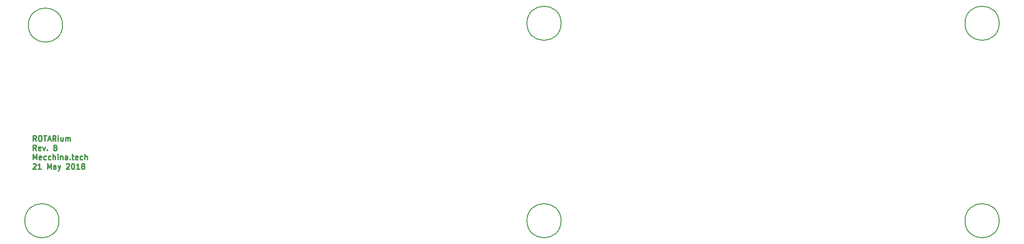
<source format=gbr>
G04 #@! TF.FileFunction,Other,Comment*
%FSLAX46Y46*%
G04 Gerber Fmt 4.6, Leading zero omitted, Abs format (unit mm)*
G04 Created by KiCad (PCBNEW 4.0.7) date Monday, 21 May 2018 'PMt' 08:29:24 PM*
%MOMM*%
%LPD*%
G01*
G04 APERTURE LIST*
%ADD10C,0.100000*%
%ADD11C,0.250000*%
%ADD12C,0.150000*%
G04 APERTURE END LIST*
D10*
D11*
X24939524Y-123049381D02*
X24606190Y-122573190D01*
X24368095Y-123049381D02*
X24368095Y-122049381D01*
X24749048Y-122049381D01*
X24844286Y-122097000D01*
X24891905Y-122144619D01*
X24939524Y-122239857D01*
X24939524Y-122382714D01*
X24891905Y-122477952D01*
X24844286Y-122525571D01*
X24749048Y-122573190D01*
X24368095Y-122573190D01*
X25558571Y-122049381D02*
X25749048Y-122049381D01*
X25844286Y-122097000D01*
X25939524Y-122192238D01*
X25987143Y-122382714D01*
X25987143Y-122716048D01*
X25939524Y-122906524D01*
X25844286Y-123001762D01*
X25749048Y-123049381D01*
X25558571Y-123049381D01*
X25463333Y-123001762D01*
X25368095Y-122906524D01*
X25320476Y-122716048D01*
X25320476Y-122382714D01*
X25368095Y-122192238D01*
X25463333Y-122097000D01*
X25558571Y-122049381D01*
X26272857Y-122049381D02*
X26844286Y-122049381D01*
X26558571Y-123049381D02*
X26558571Y-122049381D01*
X27130000Y-122763667D02*
X27606191Y-122763667D01*
X27034762Y-123049381D02*
X27368095Y-122049381D01*
X27701429Y-123049381D01*
X28606191Y-123049381D02*
X28272857Y-122573190D01*
X28034762Y-123049381D02*
X28034762Y-122049381D01*
X28415715Y-122049381D01*
X28510953Y-122097000D01*
X28558572Y-122144619D01*
X28606191Y-122239857D01*
X28606191Y-122382714D01*
X28558572Y-122477952D01*
X28510953Y-122525571D01*
X28415715Y-122573190D01*
X28034762Y-122573190D01*
X29034762Y-123049381D02*
X29034762Y-122382714D01*
X29034762Y-122049381D02*
X28987143Y-122097000D01*
X29034762Y-122144619D01*
X29082381Y-122097000D01*
X29034762Y-122049381D01*
X29034762Y-122144619D01*
X29939524Y-122382714D02*
X29939524Y-123049381D01*
X29510952Y-122382714D02*
X29510952Y-122906524D01*
X29558571Y-123001762D01*
X29653809Y-123049381D01*
X29796667Y-123049381D01*
X29891905Y-123001762D01*
X29939524Y-122954143D01*
X30415714Y-123049381D02*
X30415714Y-122382714D01*
X30415714Y-122477952D02*
X30463333Y-122430333D01*
X30558571Y-122382714D01*
X30701429Y-122382714D01*
X30796667Y-122430333D01*
X30844286Y-122525571D01*
X30844286Y-123049381D01*
X30844286Y-122525571D02*
X30891905Y-122430333D01*
X30987143Y-122382714D01*
X31130000Y-122382714D01*
X31225238Y-122430333D01*
X31272857Y-122525571D01*
X31272857Y-123049381D01*
X24939524Y-124799381D02*
X24606190Y-124323190D01*
X24368095Y-124799381D02*
X24368095Y-123799381D01*
X24749048Y-123799381D01*
X24844286Y-123847000D01*
X24891905Y-123894619D01*
X24939524Y-123989857D01*
X24939524Y-124132714D01*
X24891905Y-124227952D01*
X24844286Y-124275571D01*
X24749048Y-124323190D01*
X24368095Y-124323190D01*
X25749048Y-124751762D02*
X25653810Y-124799381D01*
X25463333Y-124799381D01*
X25368095Y-124751762D01*
X25320476Y-124656524D01*
X25320476Y-124275571D01*
X25368095Y-124180333D01*
X25463333Y-124132714D01*
X25653810Y-124132714D01*
X25749048Y-124180333D01*
X25796667Y-124275571D01*
X25796667Y-124370810D01*
X25320476Y-124466048D01*
X26130000Y-124132714D02*
X26368095Y-124799381D01*
X26606191Y-124132714D01*
X26987143Y-124704143D02*
X27034762Y-124751762D01*
X26987143Y-124799381D01*
X26939524Y-124751762D01*
X26987143Y-124704143D01*
X26987143Y-124799381D01*
X28558572Y-124275571D02*
X28701429Y-124323190D01*
X28749048Y-124370810D01*
X28796667Y-124466048D01*
X28796667Y-124608905D01*
X28749048Y-124704143D01*
X28701429Y-124751762D01*
X28606191Y-124799381D01*
X28225238Y-124799381D01*
X28225238Y-123799381D01*
X28558572Y-123799381D01*
X28653810Y-123847000D01*
X28701429Y-123894619D01*
X28749048Y-123989857D01*
X28749048Y-124085095D01*
X28701429Y-124180333D01*
X28653810Y-124227952D01*
X28558572Y-124275571D01*
X28225238Y-124275571D01*
X24368095Y-126549381D02*
X24368095Y-125549381D01*
X24701429Y-126263667D01*
X25034762Y-125549381D01*
X25034762Y-126549381D01*
X25891905Y-126501762D02*
X25796667Y-126549381D01*
X25606190Y-126549381D01*
X25510952Y-126501762D01*
X25463333Y-126406524D01*
X25463333Y-126025571D01*
X25510952Y-125930333D01*
X25606190Y-125882714D01*
X25796667Y-125882714D01*
X25891905Y-125930333D01*
X25939524Y-126025571D01*
X25939524Y-126120810D01*
X25463333Y-126216048D01*
X26796667Y-126501762D02*
X26701429Y-126549381D01*
X26510952Y-126549381D01*
X26415714Y-126501762D01*
X26368095Y-126454143D01*
X26320476Y-126358905D01*
X26320476Y-126073190D01*
X26368095Y-125977952D01*
X26415714Y-125930333D01*
X26510952Y-125882714D01*
X26701429Y-125882714D01*
X26796667Y-125930333D01*
X27653810Y-126501762D02*
X27558572Y-126549381D01*
X27368095Y-126549381D01*
X27272857Y-126501762D01*
X27225238Y-126454143D01*
X27177619Y-126358905D01*
X27177619Y-126073190D01*
X27225238Y-125977952D01*
X27272857Y-125930333D01*
X27368095Y-125882714D01*
X27558572Y-125882714D01*
X27653810Y-125930333D01*
X28082381Y-126549381D02*
X28082381Y-125549381D01*
X28510953Y-126549381D02*
X28510953Y-126025571D01*
X28463334Y-125930333D01*
X28368096Y-125882714D01*
X28225238Y-125882714D01*
X28130000Y-125930333D01*
X28082381Y-125977952D01*
X28987143Y-126549381D02*
X28987143Y-125882714D01*
X28987143Y-125549381D02*
X28939524Y-125597000D01*
X28987143Y-125644619D01*
X29034762Y-125597000D01*
X28987143Y-125549381D01*
X28987143Y-125644619D01*
X29463333Y-125882714D02*
X29463333Y-126549381D01*
X29463333Y-125977952D02*
X29510952Y-125930333D01*
X29606190Y-125882714D01*
X29749048Y-125882714D01*
X29844286Y-125930333D01*
X29891905Y-126025571D01*
X29891905Y-126549381D01*
X30796667Y-126549381D02*
X30796667Y-126025571D01*
X30749048Y-125930333D01*
X30653810Y-125882714D01*
X30463333Y-125882714D01*
X30368095Y-125930333D01*
X30796667Y-126501762D02*
X30701429Y-126549381D01*
X30463333Y-126549381D01*
X30368095Y-126501762D01*
X30320476Y-126406524D01*
X30320476Y-126311286D01*
X30368095Y-126216048D01*
X30463333Y-126168429D01*
X30701429Y-126168429D01*
X30796667Y-126120810D01*
X31272857Y-126454143D02*
X31320476Y-126501762D01*
X31272857Y-126549381D01*
X31225238Y-126501762D01*
X31272857Y-126454143D01*
X31272857Y-126549381D01*
X31606190Y-125882714D02*
X31987142Y-125882714D01*
X31749047Y-125549381D02*
X31749047Y-126406524D01*
X31796666Y-126501762D01*
X31891904Y-126549381D01*
X31987142Y-126549381D01*
X32701429Y-126501762D02*
X32606191Y-126549381D01*
X32415714Y-126549381D01*
X32320476Y-126501762D01*
X32272857Y-126406524D01*
X32272857Y-126025571D01*
X32320476Y-125930333D01*
X32415714Y-125882714D01*
X32606191Y-125882714D01*
X32701429Y-125930333D01*
X32749048Y-126025571D01*
X32749048Y-126120810D01*
X32272857Y-126216048D01*
X33606191Y-126501762D02*
X33510953Y-126549381D01*
X33320476Y-126549381D01*
X33225238Y-126501762D01*
X33177619Y-126454143D01*
X33130000Y-126358905D01*
X33130000Y-126073190D01*
X33177619Y-125977952D01*
X33225238Y-125930333D01*
X33320476Y-125882714D01*
X33510953Y-125882714D01*
X33606191Y-125930333D01*
X34034762Y-126549381D02*
X34034762Y-125549381D01*
X34463334Y-126549381D02*
X34463334Y-126025571D01*
X34415715Y-125930333D01*
X34320477Y-125882714D01*
X34177619Y-125882714D01*
X34082381Y-125930333D01*
X34034762Y-125977952D01*
X24320476Y-127394619D02*
X24368095Y-127347000D01*
X24463333Y-127299381D01*
X24701429Y-127299381D01*
X24796667Y-127347000D01*
X24844286Y-127394619D01*
X24891905Y-127489857D01*
X24891905Y-127585095D01*
X24844286Y-127727952D01*
X24272857Y-128299381D01*
X24891905Y-128299381D01*
X25844286Y-128299381D02*
X25272857Y-128299381D01*
X25558571Y-128299381D02*
X25558571Y-127299381D01*
X25463333Y-127442238D01*
X25368095Y-127537476D01*
X25272857Y-127585095D01*
X27034762Y-128299381D02*
X27034762Y-127299381D01*
X27368096Y-128013667D01*
X27701429Y-127299381D01*
X27701429Y-128299381D01*
X28606191Y-128299381D02*
X28606191Y-127775571D01*
X28558572Y-127680333D01*
X28463334Y-127632714D01*
X28272857Y-127632714D01*
X28177619Y-127680333D01*
X28606191Y-128251762D02*
X28510953Y-128299381D01*
X28272857Y-128299381D01*
X28177619Y-128251762D01*
X28130000Y-128156524D01*
X28130000Y-128061286D01*
X28177619Y-127966048D01*
X28272857Y-127918429D01*
X28510953Y-127918429D01*
X28606191Y-127870810D01*
X28987143Y-127632714D02*
X29225238Y-128299381D01*
X29463334Y-127632714D02*
X29225238Y-128299381D01*
X29130000Y-128537476D01*
X29082381Y-128585095D01*
X28987143Y-128632714D01*
X30558572Y-127394619D02*
X30606191Y-127347000D01*
X30701429Y-127299381D01*
X30939525Y-127299381D01*
X31034763Y-127347000D01*
X31082382Y-127394619D01*
X31130001Y-127489857D01*
X31130001Y-127585095D01*
X31082382Y-127727952D01*
X30510953Y-128299381D01*
X31130001Y-128299381D01*
X31749048Y-127299381D02*
X31844287Y-127299381D01*
X31939525Y-127347000D01*
X31987144Y-127394619D01*
X32034763Y-127489857D01*
X32082382Y-127680333D01*
X32082382Y-127918429D01*
X32034763Y-128108905D01*
X31987144Y-128204143D01*
X31939525Y-128251762D01*
X31844287Y-128299381D01*
X31749048Y-128299381D01*
X31653810Y-128251762D01*
X31606191Y-128204143D01*
X31558572Y-128108905D01*
X31510953Y-127918429D01*
X31510953Y-127680333D01*
X31558572Y-127489857D01*
X31606191Y-127394619D01*
X31653810Y-127347000D01*
X31749048Y-127299381D01*
X33034763Y-128299381D02*
X32463334Y-128299381D01*
X32749048Y-128299381D02*
X32749048Y-127299381D01*
X32653810Y-127442238D01*
X32558572Y-127537476D01*
X32463334Y-127585095D01*
X33606191Y-127727952D02*
X33510953Y-127680333D01*
X33463334Y-127632714D01*
X33415715Y-127537476D01*
X33415715Y-127489857D01*
X33463334Y-127394619D01*
X33510953Y-127347000D01*
X33606191Y-127299381D01*
X33796668Y-127299381D01*
X33891906Y-127347000D01*
X33939525Y-127394619D01*
X33987144Y-127489857D01*
X33987144Y-127537476D01*
X33939525Y-127632714D01*
X33891906Y-127680333D01*
X33796668Y-127727952D01*
X33606191Y-127727952D01*
X33510953Y-127775571D01*
X33463334Y-127823190D01*
X33415715Y-127918429D01*
X33415715Y-128108905D01*
X33463334Y-128204143D01*
X33510953Y-128251762D01*
X33606191Y-128299381D01*
X33796668Y-128299381D01*
X33891906Y-128251762D01*
X33939525Y-128204143D01*
X33987144Y-128108905D01*
X33987144Y-127918429D01*
X33939525Y-127823190D01*
X33891906Y-127775571D01*
X33796668Y-127727952D01*
D12*
X29200000Y-138000000D02*
G75*
G03X29200000Y-138000000I-3200000J0D01*
G01*
X205200000Y-101000000D02*
G75*
G03X205200000Y-101000000I-3200000J0D01*
G01*
X29870000Y-101346000D02*
G75*
G03X29870000Y-101346000I-3200000J0D01*
G01*
X205200000Y-138000000D02*
G75*
G03X205200000Y-138000000I-3200000J0D01*
G01*
X123200000Y-101000000D02*
G75*
G03X123200000Y-101000000I-3200000J0D01*
G01*
X123200000Y-138000000D02*
G75*
G03X123200000Y-138000000I-3200000J0D01*
G01*
M02*

</source>
